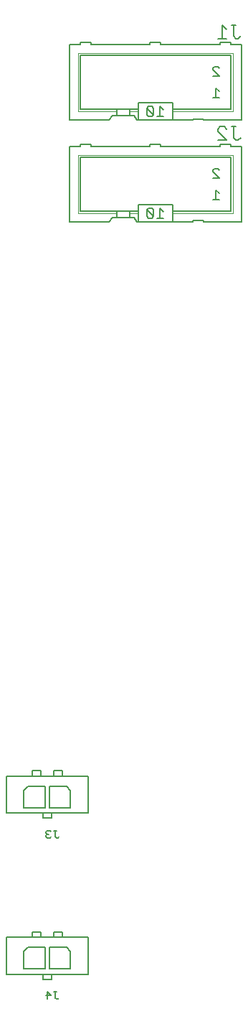
<source format=gbr>
G04 EAGLE Gerber RS-274X export*
G75*
%MOMM*%
%FSLAX34Y34*%
%LPD*%
%INSilkscreen Bottom*%
%IPPOS*%
%AMOC8*
5,1,8,0,0,1.08239X$1,22.5*%
G01*
%ADD10C,0.152400*%
%ADD11C,0.050800*%
%ADD12C,0.127000*%
%ADD13C,0.177800*%


D10*
X286400Y1289250D02*
X108600Y1289250D01*
X108600Y1225750D01*
X286400Y1225750D02*
X286400Y1289250D01*
X286400Y1301950D02*
X299100Y1301950D01*
X142890Y1213050D02*
X95900Y1213050D01*
X95900Y1301950D01*
X299100Y1301950D02*
X299100Y1213050D01*
X151780Y1225750D02*
X108600Y1225750D01*
X177180Y1233370D02*
X217820Y1233370D01*
X217820Y1225750D01*
X286400Y1225750D01*
X217820Y1225750D02*
X217820Y1223210D01*
X177180Y1225750D02*
X177180Y1233370D01*
X177180Y1225750D02*
X177180Y1223210D01*
X108600Y1301950D02*
X108600Y1304490D01*
X121300Y1304490D01*
X121300Y1301950D01*
X108600Y1301950D02*
X95900Y1301950D01*
X191150Y1304490D02*
X203850Y1304490D01*
X191150Y1304490D02*
X191150Y1301950D01*
X121300Y1301950D01*
X203850Y1301950D02*
X203850Y1304490D01*
X273700Y1304490D02*
X286400Y1304490D01*
X286400Y1301950D01*
X273700Y1301950D02*
X273700Y1304490D01*
X273700Y1301950D02*
X203850Y1301950D01*
X177180Y1213050D02*
X175910Y1213050D01*
X177180Y1213050D02*
X217820Y1213050D01*
X167020Y1223210D02*
X167020Y1225750D01*
X177180Y1225750D01*
X151780Y1225750D02*
X151780Y1223210D01*
X151780Y1225750D02*
X167020Y1225750D01*
X172100Y1218130D02*
X175910Y1213050D01*
X146700Y1218130D02*
X142890Y1213050D01*
X146700Y1218130D02*
X151780Y1218130D01*
D11*
X167020Y1223210D02*
X177180Y1223210D01*
D10*
X177180Y1213050D01*
D11*
X151780Y1223210D02*
X106060Y1223210D01*
X106060Y1291790D01*
X288940Y1291790D01*
X288940Y1223210D01*
X217820Y1223210D01*
D10*
X217820Y1213050D01*
X167020Y1218130D02*
X167020Y1223210D01*
X167020Y1218130D02*
X172100Y1218130D01*
X151780Y1218130D02*
X151780Y1223210D01*
X151780Y1218130D02*
X167020Y1218130D01*
X217820Y1213050D02*
X241950Y1213050D01*
X241950Y1214320D01*
X254650Y1214320D01*
X254650Y1213050D01*
X299100Y1213050D01*
D12*
X207025Y1225122D02*
X203212Y1228935D01*
X203212Y1217495D01*
X207025Y1217495D02*
X199399Y1217495D01*
X195331Y1219402D02*
X195331Y1227028D01*
X193424Y1228935D01*
X189611Y1228935D01*
X187705Y1227028D01*
X187705Y1219402D01*
X189611Y1217495D01*
X193424Y1217495D01*
X195331Y1219402D01*
X187705Y1227028D01*
X269252Y1250525D02*
X273065Y1246712D01*
X269252Y1250525D02*
X269252Y1239085D01*
X273065Y1239085D02*
X265439Y1239085D01*
X265439Y1264485D02*
X273065Y1264485D01*
X265439Y1272112D01*
X265439Y1274018D01*
X267345Y1275925D01*
X271158Y1275925D01*
X273065Y1274018D01*
D13*
X295542Y1309189D02*
X298211Y1311858D01*
X295542Y1309189D02*
X292872Y1309189D01*
X290203Y1311858D01*
X290203Y1325205D01*
X292872Y1325205D02*
X287534Y1325205D01*
X281839Y1319866D02*
X276501Y1325205D01*
X276501Y1309189D01*
X281839Y1309189D02*
X271162Y1309189D01*
D10*
X286400Y1169250D02*
X108600Y1169250D01*
X108600Y1105750D01*
X286400Y1105750D02*
X286400Y1169250D01*
X286400Y1181950D02*
X299100Y1181950D01*
X142890Y1093050D02*
X95900Y1093050D01*
X95900Y1181950D01*
X299100Y1181950D02*
X299100Y1093050D01*
X151780Y1105750D02*
X108600Y1105750D01*
X177180Y1113370D02*
X217820Y1113370D01*
X217820Y1105750D01*
X286400Y1105750D01*
X217820Y1105750D02*
X217820Y1103210D01*
X177180Y1105750D02*
X177180Y1113370D01*
X177180Y1105750D02*
X177180Y1103210D01*
X108600Y1181950D02*
X108600Y1184490D01*
X121300Y1184490D01*
X121300Y1181950D01*
X108600Y1181950D02*
X95900Y1181950D01*
X191150Y1184490D02*
X203850Y1184490D01*
X191150Y1184490D02*
X191150Y1181950D01*
X121300Y1181950D01*
X203850Y1181950D02*
X203850Y1184490D01*
X273700Y1184490D02*
X286400Y1184490D01*
X286400Y1181950D01*
X273700Y1181950D02*
X273700Y1184490D01*
X273700Y1181950D02*
X203850Y1181950D01*
X177180Y1093050D02*
X175910Y1093050D01*
X177180Y1093050D02*
X217820Y1093050D01*
X167020Y1103210D02*
X167020Y1105750D01*
X177180Y1105750D01*
X151780Y1105750D02*
X151780Y1103210D01*
X151780Y1105750D02*
X167020Y1105750D01*
X172100Y1098130D02*
X175910Y1093050D01*
X146700Y1098130D02*
X142890Y1093050D01*
X146700Y1098130D02*
X151780Y1098130D01*
D11*
X167020Y1103210D02*
X177180Y1103210D01*
D10*
X177180Y1093050D01*
D11*
X151780Y1103210D02*
X106060Y1103210D01*
X106060Y1171790D01*
X288940Y1171790D01*
X288940Y1103210D01*
X217820Y1103210D01*
D10*
X217820Y1093050D01*
X167020Y1098130D02*
X167020Y1103210D01*
X167020Y1098130D02*
X172100Y1098130D01*
X151780Y1098130D02*
X151780Y1103210D01*
X151780Y1098130D02*
X167020Y1098130D01*
X217820Y1093050D02*
X241950Y1093050D01*
X241950Y1094320D01*
X254650Y1094320D01*
X254650Y1093050D01*
X299100Y1093050D01*
D12*
X207025Y1105122D02*
X203212Y1108935D01*
X203212Y1097495D01*
X207025Y1097495D02*
X199399Y1097495D01*
X195331Y1099402D02*
X195331Y1107028D01*
X193424Y1108935D01*
X189611Y1108935D01*
X187705Y1107028D01*
X187705Y1099402D01*
X189611Y1097495D01*
X193424Y1097495D01*
X195331Y1099402D01*
X187705Y1107028D01*
X269252Y1130525D02*
X273065Y1126712D01*
X269252Y1130525D02*
X269252Y1119085D01*
X273065Y1119085D02*
X265439Y1119085D01*
X265439Y1144485D02*
X273065Y1144485D01*
X265439Y1152112D01*
X265439Y1154018D01*
X267345Y1155925D01*
X271158Y1155925D01*
X273065Y1154018D01*
D13*
X295542Y1189189D02*
X298211Y1191858D01*
X295542Y1189189D02*
X292872Y1189189D01*
X290203Y1191858D01*
X290203Y1205205D01*
X292872Y1205205D02*
X287534Y1205205D01*
X281839Y1189189D02*
X271162Y1189189D01*
X281839Y1189189D02*
X271162Y1199866D01*
X271162Y1202535D01*
X273832Y1205205D01*
X279170Y1205205D01*
X281839Y1202535D01*
D12*
X65000Y396000D02*
X21750Y396000D01*
X65000Y396000D02*
X75000Y396000D01*
X118250Y396000D01*
X118250Y439700D01*
X87500Y439700D01*
X77500Y439700D01*
X62500Y439700D01*
X52500Y439700D01*
X21750Y439700D01*
X21750Y396000D01*
X65000Y396000D02*
X65000Y390000D01*
X75000Y390000D01*
X75000Y396000D01*
X62500Y439700D02*
X62500Y445700D01*
X52500Y445700D01*
X52500Y439700D01*
X77500Y439700D02*
X77500Y445700D01*
X87500Y445700D01*
X87500Y439700D01*
X97500Y402500D02*
X72500Y402500D01*
X97500Y402500D02*
X97500Y422500D01*
X92500Y427500D01*
X72500Y427500D01*
X72500Y402500D01*
X67500Y402500D02*
X42500Y402500D01*
X67500Y402500D02*
X67500Y427500D01*
X47500Y427500D01*
X42500Y422500D01*
X42500Y402500D01*
X82325Y366635D02*
X83781Y368091D01*
X82325Y366635D02*
X80868Y366635D01*
X79412Y368091D01*
X79412Y375372D01*
X80868Y375372D02*
X77956Y375372D01*
X74573Y373916D02*
X73117Y375372D01*
X70204Y375372D01*
X68748Y373916D01*
X68748Y372460D01*
X70204Y371004D01*
X71660Y371004D01*
X70204Y371004D02*
X68748Y369547D01*
X68748Y368091D01*
X70204Y366635D01*
X73117Y366635D01*
X74573Y368091D01*
X65000Y206000D02*
X21750Y206000D01*
X65000Y206000D02*
X75000Y206000D01*
X118250Y206000D01*
X118250Y249700D01*
X87500Y249700D01*
X77500Y249700D01*
X62500Y249700D01*
X52500Y249700D01*
X21750Y249700D01*
X21750Y206000D01*
X65000Y206000D02*
X65000Y200000D01*
X75000Y200000D01*
X75000Y206000D01*
X62500Y249700D02*
X62500Y255700D01*
X52500Y255700D01*
X52500Y249700D01*
X77500Y249700D02*
X77500Y255700D01*
X87500Y255700D01*
X87500Y249700D01*
X97500Y212500D02*
X72500Y212500D01*
X97500Y212500D02*
X97500Y232500D01*
X92500Y237500D01*
X72500Y237500D01*
X72500Y212500D01*
X67500Y212500D02*
X42500Y212500D01*
X67500Y212500D02*
X67500Y237500D01*
X47500Y237500D01*
X42500Y232500D01*
X42500Y212500D01*
X82325Y176635D02*
X83781Y178091D01*
X82325Y176635D02*
X80868Y176635D01*
X79412Y178091D01*
X79412Y185372D01*
X80868Y185372D02*
X77956Y185372D01*
X70204Y185372D02*
X70204Y176635D01*
X74573Y181004D02*
X70204Y185372D01*
X68748Y181004D02*
X74573Y181004D01*
M02*

</source>
